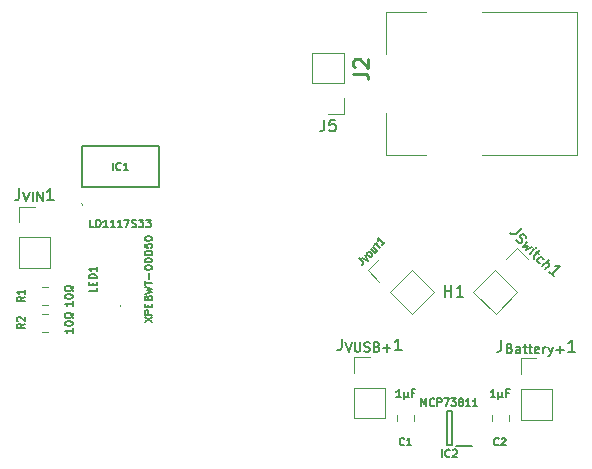
<source format=gto>
%TF.GenerationSoftware,KiCad,Pcbnew,7.0.5*%
%TF.CreationDate,2024-02-12T20:36:51+02:00*%
%TF.ProjectId,Desk Lamp,4465736b-204c-4616-9d70-2e6b69636164,rev?*%
%TF.SameCoordinates,Original*%
%TF.FileFunction,Legend,Top*%
%TF.FilePolarity,Positive*%
%FSLAX46Y46*%
G04 Gerber Fmt 4.6, Leading zero omitted, Abs format (unit mm)*
G04 Created by KiCad (PCBNEW 7.0.5) date 2024-02-12 20:36:51*
%MOMM*%
%LPD*%
G01*
G04 APERTURE LIST*
%ADD10C,0.150000*%
%ADD11C,0.254000*%
%ADD12C,0.120000*%
%ADD13C,0.100000*%
%ADD14C,0.200000*%
G04 APERTURE END LIST*
D10*
%TO.C,J_{Battery+}1*%
X126394115Y-111977819D02*
X126394115Y-112692104D01*
X126394115Y-112692104D02*
X126346496Y-112834961D01*
X126346496Y-112834961D02*
X126251258Y-112930200D01*
X126251258Y-112930200D02*
X126108401Y-112977819D01*
X126108401Y-112977819D02*
X126013163Y-112977819D01*
X127089353Y-112669247D02*
X127203639Y-112707342D01*
X127203639Y-112707342D02*
X127241734Y-112745438D01*
X127241734Y-112745438D02*
X127279830Y-112821628D01*
X127279830Y-112821628D02*
X127279830Y-112935914D01*
X127279830Y-112935914D02*
X127241734Y-113012104D01*
X127241734Y-113012104D02*
X127203639Y-113050200D01*
X127203639Y-113050200D02*
X127127449Y-113088295D01*
X127127449Y-113088295D02*
X126822687Y-113088295D01*
X126822687Y-113088295D02*
X126822687Y-112288295D01*
X126822687Y-112288295D02*
X127089353Y-112288295D01*
X127089353Y-112288295D02*
X127165544Y-112326390D01*
X127165544Y-112326390D02*
X127203639Y-112364485D01*
X127203639Y-112364485D02*
X127241734Y-112440676D01*
X127241734Y-112440676D02*
X127241734Y-112516866D01*
X127241734Y-112516866D02*
X127203639Y-112593057D01*
X127203639Y-112593057D02*
X127165544Y-112631152D01*
X127165544Y-112631152D02*
X127089353Y-112669247D01*
X127089353Y-112669247D02*
X126822687Y-112669247D01*
X127965544Y-113088295D02*
X127965544Y-112669247D01*
X127965544Y-112669247D02*
X127927449Y-112593057D01*
X127927449Y-112593057D02*
X127851258Y-112554961D01*
X127851258Y-112554961D02*
X127698877Y-112554961D01*
X127698877Y-112554961D02*
X127622687Y-112593057D01*
X127965544Y-113050200D02*
X127889353Y-113088295D01*
X127889353Y-113088295D02*
X127698877Y-113088295D01*
X127698877Y-113088295D02*
X127622687Y-113050200D01*
X127622687Y-113050200D02*
X127584591Y-112974009D01*
X127584591Y-112974009D02*
X127584591Y-112897819D01*
X127584591Y-112897819D02*
X127622687Y-112821628D01*
X127622687Y-112821628D02*
X127698877Y-112783533D01*
X127698877Y-112783533D02*
X127889353Y-112783533D01*
X127889353Y-112783533D02*
X127965544Y-112745438D01*
X128232211Y-112554961D02*
X128536973Y-112554961D01*
X128346497Y-112288295D02*
X128346497Y-112974009D01*
X128346497Y-112974009D02*
X128384592Y-113050200D01*
X128384592Y-113050200D02*
X128460782Y-113088295D01*
X128460782Y-113088295D02*
X128536973Y-113088295D01*
X128689354Y-112554961D02*
X128994116Y-112554961D01*
X128803640Y-112288295D02*
X128803640Y-112974009D01*
X128803640Y-112974009D02*
X128841735Y-113050200D01*
X128841735Y-113050200D02*
X128917925Y-113088295D01*
X128917925Y-113088295D02*
X128994116Y-113088295D01*
X129565545Y-113050200D02*
X129489354Y-113088295D01*
X129489354Y-113088295D02*
X129336973Y-113088295D01*
X129336973Y-113088295D02*
X129260783Y-113050200D01*
X129260783Y-113050200D02*
X129222687Y-112974009D01*
X129222687Y-112974009D02*
X129222687Y-112669247D01*
X129222687Y-112669247D02*
X129260783Y-112593057D01*
X129260783Y-112593057D02*
X129336973Y-112554961D01*
X129336973Y-112554961D02*
X129489354Y-112554961D01*
X129489354Y-112554961D02*
X129565545Y-112593057D01*
X129565545Y-112593057D02*
X129603640Y-112669247D01*
X129603640Y-112669247D02*
X129603640Y-112745438D01*
X129603640Y-112745438D02*
X129222687Y-112821628D01*
X129946497Y-113088295D02*
X129946497Y-112554961D01*
X129946497Y-112707342D02*
X129984592Y-112631152D01*
X129984592Y-112631152D02*
X130022687Y-112593057D01*
X130022687Y-112593057D02*
X130098878Y-112554961D01*
X130098878Y-112554961D02*
X130175068Y-112554961D01*
X130365544Y-112554961D02*
X130556020Y-113088295D01*
X130746497Y-112554961D02*
X130556020Y-113088295D01*
X130556020Y-113088295D02*
X130479830Y-113278771D01*
X130479830Y-113278771D02*
X130441735Y-113316866D01*
X130441735Y-113316866D02*
X130365544Y-113354961D01*
X131051259Y-112783533D02*
X131660783Y-112783533D01*
X131356021Y-113088295D02*
X131356021Y-112478771D01*
X132613163Y-112977819D02*
X132041735Y-112977819D01*
X132327449Y-112977819D02*
X132327449Y-111977819D01*
X132327449Y-111977819D02*
X132232211Y-112120676D01*
X132232211Y-112120676D02*
X132136973Y-112215914D01*
X132136973Y-112215914D02*
X132041735Y-112263533D01*
%TO.C,IC1*%
X93492642Y-97584387D02*
X93492642Y-96949387D01*
X94157880Y-97523910D02*
X94127642Y-97554149D01*
X94127642Y-97554149D02*
X94036928Y-97584387D01*
X94036928Y-97584387D02*
X93976452Y-97584387D01*
X93976452Y-97584387D02*
X93885737Y-97554149D01*
X93885737Y-97554149D02*
X93825261Y-97493672D01*
X93825261Y-97493672D02*
X93795023Y-97433196D01*
X93795023Y-97433196D02*
X93764785Y-97312244D01*
X93764785Y-97312244D02*
X93764785Y-97221529D01*
X93764785Y-97221529D02*
X93795023Y-97100577D01*
X93795023Y-97100577D02*
X93825261Y-97040101D01*
X93825261Y-97040101D02*
X93885737Y-96979625D01*
X93885737Y-96979625D02*
X93976452Y-96949387D01*
X93976452Y-96949387D02*
X94036928Y-96949387D01*
X94036928Y-96949387D02*
X94127642Y-96979625D01*
X94127642Y-96979625D02*
X94157880Y-97009863D01*
X94762642Y-97584387D02*
X94399785Y-97584387D01*
X94581213Y-97584387D02*
X94581213Y-96949387D01*
X94581213Y-96949387D02*
X94520737Y-97040101D01*
X94520737Y-97040101D02*
X94460261Y-97100577D01*
X94460261Y-97100577D02*
X94399785Y-97130815D01*
X91874903Y-102410387D02*
X91572522Y-102410387D01*
X91572522Y-102410387D02*
X91572522Y-101775387D01*
X92086570Y-102410387D02*
X92086570Y-101775387D01*
X92086570Y-101775387D02*
X92237760Y-101775387D01*
X92237760Y-101775387D02*
X92328475Y-101805625D01*
X92328475Y-101805625D02*
X92388951Y-101866101D01*
X92388951Y-101866101D02*
X92419189Y-101926577D01*
X92419189Y-101926577D02*
X92449427Y-102047529D01*
X92449427Y-102047529D02*
X92449427Y-102138244D01*
X92449427Y-102138244D02*
X92419189Y-102259196D01*
X92419189Y-102259196D02*
X92388951Y-102319672D01*
X92388951Y-102319672D02*
X92328475Y-102380149D01*
X92328475Y-102380149D02*
X92237760Y-102410387D01*
X92237760Y-102410387D02*
X92086570Y-102410387D01*
X93054189Y-102410387D02*
X92691332Y-102410387D01*
X92872760Y-102410387D02*
X92872760Y-101775387D01*
X92872760Y-101775387D02*
X92812284Y-101866101D01*
X92812284Y-101866101D02*
X92751808Y-101926577D01*
X92751808Y-101926577D02*
X92691332Y-101956815D01*
X93658951Y-102410387D02*
X93296094Y-102410387D01*
X93477522Y-102410387D02*
X93477522Y-101775387D01*
X93477522Y-101775387D02*
X93417046Y-101866101D01*
X93417046Y-101866101D02*
X93356570Y-101926577D01*
X93356570Y-101926577D02*
X93296094Y-101956815D01*
X94263713Y-102410387D02*
X93900856Y-102410387D01*
X94082284Y-102410387D02*
X94082284Y-101775387D01*
X94082284Y-101775387D02*
X94021808Y-101866101D01*
X94021808Y-101866101D02*
X93961332Y-101926577D01*
X93961332Y-101926577D02*
X93900856Y-101956815D01*
X94475380Y-101775387D02*
X94898713Y-101775387D01*
X94898713Y-101775387D02*
X94626570Y-102410387D01*
X95110380Y-102380149D02*
X95201094Y-102410387D01*
X95201094Y-102410387D02*
X95352285Y-102410387D01*
X95352285Y-102410387D02*
X95412761Y-102380149D01*
X95412761Y-102380149D02*
X95442999Y-102349910D01*
X95442999Y-102349910D02*
X95473237Y-102289434D01*
X95473237Y-102289434D02*
X95473237Y-102228958D01*
X95473237Y-102228958D02*
X95442999Y-102168482D01*
X95442999Y-102168482D02*
X95412761Y-102138244D01*
X95412761Y-102138244D02*
X95352285Y-102108006D01*
X95352285Y-102108006D02*
X95231332Y-102077768D01*
X95231332Y-102077768D02*
X95170856Y-102047529D01*
X95170856Y-102047529D02*
X95140618Y-102017291D01*
X95140618Y-102017291D02*
X95110380Y-101956815D01*
X95110380Y-101956815D02*
X95110380Y-101896339D01*
X95110380Y-101896339D02*
X95140618Y-101835863D01*
X95140618Y-101835863D02*
X95170856Y-101805625D01*
X95170856Y-101805625D02*
X95231332Y-101775387D01*
X95231332Y-101775387D02*
X95382523Y-101775387D01*
X95382523Y-101775387D02*
X95473237Y-101805625D01*
X95684904Y-101775387D02*
X96077999Y-101775387D01*
X96077999Y-101775387D02*
X95866332Y-102017291D01*
X95866332Y-102017291D02*
X95957047Y-102017291D01*
X95957047Y-102017291D02*
X96017523Y-102047529D01*
X96017523Y-102047529D02*
X96047761Y-102077768D01*
X96047761Y-102077768D02*
X96077999Y-102138244D01*
X96077999Y-102138244D02*
X96077999Y-102289434D01*
X96077999Y-102289434D02*
X96047761Y-102349910D01*
X96047761Y-102349910D02*
X96017523Y-102380149D01*
X96017523Y-102380149D02*
X95957047Y-102410387D01*
X95957047Y-102410387D02*
X95775618Y-102410387D01*
X95775618Y-102410387D02*
X95715142Y-102380149D01*
X95715142Y-102380149D02*
X95684904Y-102349910D01*
X96289666Y-101775387D02*
X96682761Y-101775387D01*
X96682761Y-101775387D02*
X96471094Y-102017291D01*
X96471094Y-102017291D02*
X96561809Y-102017291D01*
X96561809Y-102017291D02*
X96622285Y-102047529D01*
X96622285Y-102047529D02*
X96652523Y-102077768D01*
X96652523Y-102077768D02*
X96682761Y-102138244D01*
X96682761Y-102138244D02*
X96682761Y-102289434D01*
X96682761Y-102289434D02*
X96652523Y-102349910D01*
X96652523Y-102349910D02*
X96622285Y-102380149D01*
X96622285Y-102380149D02*
X96561809Y-102410387D01*
X96561809Y-102410387D02*
X96380380Y-102410387D01*
X96380380Y-102410387D02*
X96319904Y-102380149D01*
X96319904Y-102380149D02*
X96289666Y-102349910D01*
%TO.C,J_{VUSB+}1*%
X112870544Y-111845819D02*
X112870544Y-112560104D01*
X112870544Y-112560104D02*
X112822925Y-112702961D01*
X112822925Y-112702961D02*
X112727687Y-112798200D01*
X112727687Y-112798200D02*
X112584830Y-112845819D01*
X112584830Y-112845819D02*
X112489592Y-112845819D01*
X113184830Y-112156295D02*
X113451497Y-112956295D01*
X113451497Y-112956295D02*
X113718163Y-112156295D01*
X113984830Y-112156295D02*
X113984830Y-112803914D01*
X113984830Y-112803914D02*
X114022925Y-112880104D01*
X114022925Y-112880104D02*
X114061020Y-112918200D01*
X114061020Y-112918200D02*
X114137211Y-112956295D01*
X114137211Y-112956295D02*
X114289592Y-112956295D01*
X114289592Y-112956295D02*
X114365782Y-112918200D01*
X114365782Y-112918200D02*
X114403877Y-112880104D01*
X114403877Y-112880104D02*
X114441973Y-112803914D01*
X114441973Y-112803914D02*
X114441973Y-112156295D01*
X114784829Y-112918200D02*
X114899115Y-112956295D01*
X114899115Y-112956295D02*
X115089591Y-112956295D01*
X115089591Y-112956295D02*
X115165782Y-112918200D01*
X115165782Y-112918200D02*
X115203877Y-112880104D01*
X115203877Y-112880104D02*
X115241972Y-112803914D01*
X115241972Y-112803914D02*
X115241972Y-112727723D01*
X115241972Y-112727723D02*
X115203877Y-112651533D01*
X115203877Y-112651533D02*
X115165782Y-112613438D01*
X115165782Y-112613438D02*
X115089591Y-112575342D01*
X115089591Y-112575342D02*
X114937210Y-112537247D01*
X114937210Y-112537247D02*
X114861020Y-112499152D01*
X114861020Y-112499152D02*
X114822925Y-112461057D01*
X114822925Y-112461057D02*
X114784829Y-112384866D01*
X114784829Y-112384866D02*
X114784829Y-112308676D01*
X114784829Y-112308676D02*
X114822925Y-112232485D01*
X114822925Y-112232485D02*
X114861020Y-112194390D01*
X114861020Y-112194390D02*
X114937210Y-112156295D01*
X114937210Y-112156295D02*
X115127687Y-112156295D01*
X115127687Y-112156295D02*
X115241972Y-112194390D01*
X115851496Y-112537247D02*
X115965782Y-112575342D01*
X115965782Y-112575342D02*
X116003877Y-112613438D01*
X116003877Y-112613438D02*
X116041973Y-112689628D01*
X116041973Y-112689628D02*
X116041973Y-112803914D01*
X116041973Y-112803914D02*
X116003877Y-112880104D01*
X116003877Y-112880104D02*
X115965782Y-112918200D01*
X115965782Y-112918200D02*
X115889592Y-112956295D01*
X115889592Y-112956295D02*
X115584830Y-112956295D01*
X115584830Y-112956295D02*
X115584830Y-112156295D01*
X115584830Y-112156295D02*
X115851496Y-112156295D01*
X115851496Y-112156295D02*
X115927687Y-112194390D01*
X115927687Y-112194390D02*
X115965782Y-112232485D01*
X115965782Y-112232485D02*
X116003877Y-112308676D01*
X116003877Y-112308676D02*
X116003877Y-112384866D01*
X116003877Y-112384866D02*
X115965782Y-112461057D01*
X115965782Y-112461057D02*
X115927687Y-112499152D01*
X115927687Y-112499152D02*
X115851496Y-112537247D01*
X115851496Y-112537247D02*
X115584830Y-112537247D01*
X116384830Y-112651533D02*
X116994354Y-112651533D01*
X116689592Y-112956295D02*
X116689592Y-112346771D01*
X117946734Y-112845819D02*
X117375306Y-112845819D01*
X117661020Y-112845819D02*
X117661020Y-111845819D01*
X117661020Y-111845819D02*
X117565782Y-111988676D01*
X117565782Y-111988676D02*
X117470544Y-112083914D01*
X117470544Y-112083914D02*
X117375306Y-112131533D01*
%TO.C,C1*%
X118157139Y-120836485D02*
X118126901Y-120866724D01*
X118126901Y-120866724D02*
X118036187Y-120896962D01*
X118036187Y-120896962D02*
X117975711Y-120896962D01*
X117975711Y-120896962D02*
X117884996Y-120866724D01*
X117884996Y-120866724D02*
X117824520Y-120806247D01*
X117824520Y-120806247D02*
X117794282Y-120745771D01*
X117794282Y-120745771D02*
X117764044Y-120624819D01*
X117764044Y-120624819D02*
X117764044Y-120534104D01*
X117764044Y-120534104D02*
X117794282Y-120413152D01*
X117794282Y-120413152D02*
X117824520Y-120352676D01*
X117824520Y-120352676D02*
X117884996Y-120292200D01*
X117884996Y-120292200D02*
X117975711Y-120261962D01*
X117975711Y-120261962D02*
X118036187Y-120261962D01*
X118036187Y-120261962D02*
X118126901Y-120292200D01*
X118126901Y-120292200D02*
X118157139Y-120322438D01*
X118761901Y-120896962D02*
X118399044Y-120896962D01*
X118580472Y-120896962D02*
X118580472Y-120261962D01*
X118580472Y-120261962D02*
X118519996Y-120352676D01*
X118519996Y-120352676D02*
X118459520Y-120413152D01*
X118459520Y-120413152D02*
X118399044Y-120443390D01*
X117866639Y-116789962D02*
X117503782Y-116789962D01*
X117685210Y-116789962D02*
X117685210Y-116154962D01*
X117685210Y-116154962D02*
X117624734Y-116245676D01*
X117624734Y-116245676D02*
X117564258Y-116306152D01*
X117564258Y-116306152D02*
X117503782Y-116336390D01*
X118138782Y-116366628D02*
X118138782Y-117001628D01*
X118441163Y-116699247D02*
X118471401Y-116759724D01*
X118471401Y-116759724D02*
X118531877Y-116789962D01*
X118138782Y-116699247D02*
X118169020Y-116759724D01*
X118169020Y-116759724D02*
X118229496Y-116789962D01*
X118229496Y-116789962D02*
X118350449Y-116789962D01*
X118350449Y-116789962D02*
X118410925Y-116759724D01*
X118410925Y-116759724D02*
X118441163Y-116699247D01*
X118441163Y-116699247D02*
X118441163Y-116366628D01*
X119015687Y-116457343D02*
X118804020Y-116457343D01*
X118804020Y-116789962D02*
X118804020Y-116154962D01*
X118804020Y-116154962D02*
X119106401Y-116154962D01*
%TO.C,J_{VOUT}1*%
X114294271Y-104999849D02*
X114614994Y-105320572D01*
X114614994Y-105320572D02*
X114657757Y-105406098D01*
X114657757Y-105406098D02*
X114657757Y-105491625D01*
X114657757Y-105491625D02*
X114614994Y-105577151D01*
X114614994Y-105577151D02*
X114572231Y-105619914D01*
X114574797Y-104998138D02*
X115053744Y-105237611D01*
X115053744Y-105237611D02*
X114814271Y-104758664D01*
X115002429Y-104570506D02*
X115070850Y-104502085D01*
X115070850Y-104502085D02*
X115122165Y-104484980D01*
X115122165Y-104484980D02*
X115190586Y-104484980D01*
X115190586Y-104484980D02*
X115276113Y-104536296D01*
X115276113Y-104536296D02*
X115395849Y-104656032D01*
X115395849Y-104656032D02*
X115447165Y-104741559D01*
X115447165Y-104741559D02*
X115447165Y-104809980D01*
X115447165Y-104809980D02*
X115430060Y-104861295D01*
X115430060Y-104861295D02*
X115361639Y-104929716D01*
X115361639Y-104929716D02*
X115310323Y-104946822D01*
X115310323Y-104946822D02*
X115241902Y-104946822D01*
X115241902Y-104946822D02*
X115156376Y-104895506D01*
X115156376Y-104895506D02*
X115036639Y-104775769D01*
X115036639Y-104775769D02*
X114985323Y-104690243D01*
X114985323Y-104690243D02*
X114985323Y-104621822D01*
X114985323Y-104621822D02*
X115002429Y-104570506D01*
X115310323Y-104262612D02*
X115601112Y-104553401D01*
X115601112Y-104553401D02*
X115652428Y-104570507D01*
X115652428Y-104570507D02*
X115686638Y-104570507D01*
X115686638Y-104570507D02*
X115737954Y-104553401D01*
X115737954Y-104553401D02*
X115806375Y-104484980D01*
X115806375Y-104484980D02*
X115823480Y-104433665D01*
X115823480Y-104433665D02*
X115823480Y-104399454D01*
X115823480Y-104399454D02*
X115806375Y-104348138D01*
X115806375Y-104348138D02*
X115515586Y-104057349D01*
X115635322Y-103937613D02*
X115840585Y-103732350D01*
X116097164Y-104194191D02*
X115737954Y-103834981D01*
X116526506Y-103665639D02*
X116269927Y-103922218D01*
X116398217Y-103793928D02*
X115949204Y-103344915D01*
X115949204Y-103344915D02*
X115970585Y-103451823D01*
X115970585Y-103451823D02*
X115970585Y-103537350D01*
X115970585Y-103537350D02*
X115949204Y-103601494D01*
%TO.C,J_{Switch}1*%
X128135554Y-102448338D02*
X127630478Y-102953414D01*
X127630478Y-102953414D02*
X127495791Y-103020757D01*
X127495791Y-103020757D02*
X127361104Y-103020757D01*
X127361104Y-103020757D02*
X127226417Y-102953414D01*
X127226417Y-102953414D02*
X127159073Y-102886070D01*
X127653375Y-103482734D02*
X127707249Y-103590484D01*
X127707249Y-103590484D02*
X127841936Y-103725171D01*
X127841936Y-103725171D02*
X127922749Y-103752108D01*
X127922749Y-103752108D02*
X127976623Y-103752108D01*
X127976623Y-103752108D02*
X128057436Y-103725171D01*
X128057436Y-103725171D02*
X128111310Y-103671296D01*
X128111310Y-103671296D02*
X128138248Y-103590484D01*
X128138248Y-103590484D02*
X128138248Y-103536609D01*
X128138248Y-103536609D02*
X128111310Y-103455797D01*
X128111310Y-103455797D02*
X128030498Y-103321110D01*
X128030498Y-103321110D02*
X128003561Y-103240297D01*
X128003561Y-103240297D02*
X128003561Y-103186423D01*
X128003561Y-103186423D02*
X128030498Y-103105610D01*
X128030498Y-103105610D02*
X128084373Y-103051736D01*
X128084373Y-103051736D02*
X128165185Y-103024798D01*
X128165185Y-103024798D02*
X128219060Y-103024798D01*
X128219060Y-103024798D02*
X128299872Y-103051736D01*
X128299872Y-103051736D02*
X128434559Y-103186423D01*
X128434559Y-103186423D02*
X128488434Y-103294172D01*
X128515372Y-103644359D02*
X128245998Y-104129232D01*
X128245998Y-104129232D02*
X128623121Y-103967607D01*
X128623121Y-103967607D02*
X128461497Y-104344731D01*
X128461497Y-104344731D02*
X128946370Y-104075357D01*
X128784745Y-104667980D02*
X129161869Y-104290856D01*
X129350431Y-104102294D02*
X129296556Y-104102294D01*
X129296556Y-104102294D02*
X129296556Y-104156169D01*
X129296556Y-104156169D02*
X129350431Y-104156169D01*
X129350431Y-104156169D02*
X129350431Y-104102294D01*
X129350431Y-104102294D02*
X129296556Y-104156169D01*
X129350431Y-104479418D02*
X129565930Y-104694917D01*
X129619805Y-104371668D02*
X129134931Y-104856541D01*
X129134931Y-104856541D02*
X129107994Y-104937353D01*
X129107994Y-104937353D02*
X129134931Y-105018166D01*
X129134931Y-105018166D02*
X129188806Y-105072040D01*
X129646742Y-105476101D02*
X129565930Y-105449164D01*
X129565930Y-105449164D02*
X129458180Y-105341414D01*
X129458180Y-105341414D02*
X129431243Y-105260602D01*
X129431243Y-105260602D02*
X129431243Y-105206727D01*
X129431243Y-105206727D02*
X129458180Y-105125915D01*
X129458180Y-105125915D02*
X129619805Y-104964291D01*
X129619805Y-104964291D02*
X129700617Y-104937353D01*
X129700617Y-104937353D02*
X129754492Y-104937353D01*
X129754492Y-104937353D02*
X129835304Y-104964291D01*
X129835304Y-104964291D02*
X129943054Y-105072040D01*
X129943054Y-105072040D02*
X129969991Y-105152853D01*
X129862241Y-105745475D02*
X130427927Y-105179790D01*
X130104678Y-105987912D02*
X130400989Y-105691601D01*
X130400989Y-105691601D02*
X130427927Y-105610788D01*
X130427927Y-105610788D02*
X130400989Y-105529976D01*
X130400989Y-105529976D02*
X130320177Y-105449164D01*
X130320177Y-105449164D02*
X130239365Y-105422226D01*
X130239365Y-105422226D02*
X130185490Y-105422226D01*
X130856232Y-106583229D02*
X130452171Y-106179168D01*
X130654201Y-106381198D02*
X131361308Y-105674092D01*
X131361308Y-105674092D02*
X131192949Y-105707763D01*
X131192949Y-105707763D02*
X131058262Y-105707763D01*
X131058262Y-105707763D02*
X130957247Y-105674092D01*
D11*
%TO.C,J2*%
X113857318Y-89419332D02*
X114764461Y-89419332D01*
X114764461Y-89419332D02*
X114945889Y-89479809D01*
X114945889Y-89479809D02*
X115066842Y-89600761D01*
X115066842Y-89600761D02*
X115127318Y-89782190D01*
X115127318Y-89782190D02*
X115127318Y-89903142D01*
X113978270Y-88875047D02*
X113917794Y-88814571D01*
X113917794Y-88814571D02*
X113857318Y-88693618D01*
X113857318Y-88693618D02*
X113857318Y-88391237D01*
X113857318Y-88391237D02*
X113917794Y-88270285D01*
X113917794Y-88270285D02*
X113978270Y-88209809D01*
X113978270Y-88209809D02*
X114099222Y-88149332D01*
X114099222Y-88149332D02*
X114220175Y-88149332D01*
X114220175Y-88149332D02*
X114401603Y-88209809D01*
X114401603Y-88209809D02*
X115127318Y-88935523D01*
X115127318Y-88935523D02*
X115127318Y-88149332D01*
D10*
%TO.C,J_{VIN}1*%
X85587809Y-99122243D02*
X85587809Y-99836528D01*
X85587809Y-99836528D02*
X85540190Y-99979385D01*
X85540190Y-99979385D02*
X85444952Y-100074624D01*
X85444952Y-100074624D02*
X85302095Y-100122243D01*
X85302095Y-100122243D02*
X85206857Y-100122243D01*
X85902095Y-99432719D02*
X86168762Y-100232719D01*
X86168762Y-100232719D02*
X86435428Y-99432719D01*
X86702095Y-100232719D02*
X86702095Y-99432719D01*
X87083047Y-100232719D02*
X87083047Y-99432719D01*
X87083047Y-99432719D02*
X87540190Y-100232719D01*
X87540190Y-100232719D02*
X87540190Y-99432719D01*
X88492570Y-100122243D02*
X87921142Y-100122243D01*
X88206856Y-100122243D02*
X88206856Y-99122243D01*
X88206856Y-99122243D02*
X88111618Y-99265100D01*
X88111618Y-99265100D02*
X88016380Y-99360338D01*
X88016380Y-99360338D02*
X87921142Y-99407957D01*
%TO.C,R1*%
X86016486Y-108326257D02*
X85714105Y-108537924D01*
X86016486Y-108689114D02*
X85381486Y-108689114D01*
X85381486Y-108689114D02*
X85381486Y-108447209D01*
X85381486Y-108447209D02*
X85411724Y-108386733D01*
X85411724Y-108386733D02*
X85441962Y-108356495D01*
X85441962Y-108356495D02*
X85502438Y-108326257D01*
X85502438Y-108326257D02*
X85593152Y-108326257D01*
X85593152Y-108326257D02*
X85653628Y-108356495D01*
X85653628Y-108356495D02*
X85683867Y-108386733D01*
X85683867Y-108386733D02*
X85714105Y-108447209D01*
X85714105Y-108447209D02*
X85714105Y-108689114D01*
X86016486Y-107721495D02*
X86016486Y-108084352D01*
X86016486Y-107902924D02*
X85381486Y-107902924D01*
X85381486Y-107902924D02*
X85472200Y-107963400D01*
X85472200Y-107963400D02*
X85532676Y-108023876D01*
X85532676Y-108023876D02*
X85562914Y-108084352D01*
X90080486Y-108704233D02*
X90080486Y-109067090D01*
X90080486Y-108885662D02*
X89445486Y-108885662D01*
X89445486Y-108885662D02*
X89536200Y-108946138D01*
X89536200Y-108946138D02*
X89596676Y-109006614D01*
X89596676Y-109006614D02*
X89626914Y-109067090D01*
X89445486Y-108311138D02*
X89445486Y-108250661D01*
X89445486Y-108250661D02*
X89475724Y-108190185D01*
X89475724Y-108190185D02*
X89505962Y-108159947D01*
X89505962Y-108159947D02*
X89566438Y-108129709D01*
X89566438Y-108129709D02*
X89687390Y-108099471D01*
X89687390Y-108099471D02*
X89838581Y-108099471D01*
X89838581Y-108099471D02*
X89959533Y-108129709D01*
X89959533Y-108129709D02*
X90020009Y-108159947D01*
X90020009Y-108159947D02*
X90050248Y-108190185D01*
X90050248Y-108190185D02*
X90080486Y-108250661D01*
X90080486Y-108250661D02*
X90080486Y-108311138D01*
X90080486Y-108311138D02*
X90050248Y-108371614D01*
X90050248Y-108371614D02*
X90020009Y-108401852D01*
X90020009Y-108401852D02*
X89959533Y-108432090D01*
X89959533Y-108432090D02*
X89838581Y-108462328D01*
X89838581Y-108462328D02*
X89687390Y-108462328D01*
X89687390Y-108462328D02*
X89566438Y-108432090D01*
X89566438Y-108432090D02*
X89505962Y-108401852D01*
X89505962Y-108401852D02*
X89475724Y-108371614D01*
X89475724Y-108371614D02*
X89445486Y-108311138D01*
X90080486Y-107857566D02*
X90080486Y-107706376D01*
X90080486Y-107706376D02*
X89959533Y-107706376D01*
X89959533Y-107706376D02*
X89929295Y-107766852D01*
X89929295Y-107766852D02*
X89868819Y-107827328D01*
X89868819Y-107827328D02*
X89778105Y-107857566D01*
X89778105Y-107857566D02*
X89626914Y-107857566D01*
X89626914Y-107857566D02*
X89536200Y-107827328D01*
X89536200Y-107827328D02*
X89475724Y-107766852D01*
X89475724Y-107766852D02*
X89445486Y-107676138D01*
X89445486Y-107676138D02*
X89445486Y-107555185D01*
X89445486Y-107555185D02*
X89475724Y-107464471D01*
X89475724Y-107464471D02*
X89536200Y-107403995D01*
X89536200Y-107403995D02*
X89626914Y-107373757D01*
X89626914Y-107373757D02*
X89778105Y-107373757D01*
X89778105Y-107373757D02*
X89868819Y-107403995D01*
X89868819Y-107403995D02*
X89929295Y-107464471D01*
X89929295Y-107464471D02*
X89959533Y-107524947D01*
X89959533Y-107524947D02*
X90080486Y-107524947D01*
X90080486Y-107524947D02*
X90080486Y-107373757D01*
%TO.C,H1*%
X121590068Y-108313819D02*
X121590068Y-107313819D01*
X121590068Y-107790009D02*
X122161496Y-107790009D01*
X122161496Y-108313819D02*
X122161496Y-107313819D01*
X123161496Y-108313819D02*
X122590068Y-108313819D01*
X122875782Y-108313819D02*
X122875782Y-107313819D01*
X122875782Y-107313819D02*
X122780544Y-107456676D01*
X122780544Y-107456676D02*
X122685306Y-107551914D01*
X122685306Y-107551914D02*
X122590068Y-107599533D01*
%TO.C,LED1*%
X92112486Y-107534019D02*
X92112486Y-107836400D01*
X92112486Y-107836400D02*
X91477486Y-107836400D01*
X91779867Y-107322352D02*
X91779867Y-107110685D01*
X92112486Y-107019971D02*
X92112486Y-107322352D01*
X92112486Y-107322352D02*
X91477486Y-107322352D01*
X91477486Y-107322352D02*
X91477486Y-107019971D01*
X92112486Y-106747828D02*
X91477486Y-106747828D01*
X91477486Y-106747828D02*
X91477486Y-106596638D01*
X91477486Y-106596638D02*
X91507724Y-106505923D01*
X91507724Y-106505923D02*
X91568200Y-106445447D01*
X91568200Y-106445447D02*
X91628676Y-106415209D01*
X91628676Y-106415209D02*
X91749628Y-106384971D01*
X91749628Y-106384971D02*
X91840343Y-106384971D01*
X91840343Y-106384971D02*
X91961295Y-106415209D01*
X91961295Y-106415209D02*
X92021771Y-106445447D01*
X92021771Y-106445447D02*
X92082248Y-106505923D01*
X92082248Y-106505923D02*
X92112486Y-106596638D01*
X92112486Y-106596638D02*
X92112486Y-106747828D01*
X92112486Y-105780209D02*
X92112486Y-106143066D01*
X92112486Y-105961638D02*
X91477486Y-105961638D01*
X91477486Y-105961638D02*
X91568200Y-106022114D01*
X91568200Y-106022114D02*
X91628676Y-106082590D01*
X91628676Y-106082590D02*
X91658914Y-106143066D01*
X96176486Y-110482233D02*
X96811486Y-110058900D01*
X96176486Y-110058900D02*
X96811486Y-110482233D01*
X96811486Y-109816995D02*
X96176486Y-109816995D01*
X96176486Y-109816995D02*
X96176486Y-109575090D01*
X96176486Y-109575090D02*
X96206724Y-109514614D01*
X96206724Y-109514614D02*
X96236962Y-109484376D01*
X96236962Y-109484376D02*
X96297438Y-109454138D01*
X96297438Y-109454138D02*
X96388152Y-109454138D01*
X96388152Y-109454138D02*
X96448628Y-109484376D01*
X96448628Y-109484376D02*
X96478867Y-109514614D01*
X96478867Y-109514614D02*
X96509105Y-109575090D01*
X96509105Y-109575090D02*
X96509105Y-109816995D01*
X96478867Y-109181995D02*
X96478867Y-108970328D01*
X96811486Y-108879614D02*
X96811486Y-109181995D01*
X96811486Y-109181995D02*
X96176486Y-109181995D01*
X96176486Y-109181995D02*
X96176486Y-108879614D01*
X96478867Y-108395804D02*
X96509105Y-108305090D01*
X96509105Y-108305090D02*
X96539343Y-108274852D01*
X96539343Y-108274852D02*
X96599819Y-108244614D01*
X96599819Y-108244614D02*
X96690533Y-108244614D01*
X96690533Y-108244614D02*
X96751009Y-108274852D01*
X96751009Y-108274852D02*
X96781248Y-108305090D01*
X96781248Y-108305090D02*
X96811486Y-108365566D01*
X96811486Y-108365566D02*
X96811486Y-108607471D01*
X96811486Y-108607471D02*
X96176486Y-108607471D01*
X96176486Y-108607471D02*
X96176486Y-108395804D01*
X96176486Y-108395804D02*
X96206724Y-108335328D01*
X96206724Y-108335328D02*
X96236962Y-108305090D01*
X96236962Y-108305090D02*
X96297438Y-108274852D01*
X96297438Y-108274852D02*
X96357914Y-108274852D01*
X96357914Y-108274852D02*
X96418390Y-108305090D01*
X96418390Y-108305090D02*
X96448628Y-108335328D01*
X96448628Y-108335328D02*
X96478867Y-108395804D01*
X96478867Y-108395804D02*
X96478867Y-108607471D01*
X96176486Y-108032947D02*
X96811486Y-107881757D01*
X96811486Y-107881757D02*
X96357914Y-107760804D01*
X96357914Y-107760804D02*
X96811486Y-107639852D01*
X96811486Y-107639852D02*
X96176486Y-107488662D01*
X96176486Y-107337471D02*
X96176486Y-106974614D01*
X96811486Y-107156043D02*
X96176486Y-107156043D01*
X96569581Y-106762947D02*
X96569581Y-106279138D01*
X96176486Y-105855805D02*
X96176486Y-105795328D01*
X96176486Y-105795328D02*
X96206724Y-105734852D01*
X96206724Y-105734852D02*
X96236962Y-105704614D01*
X96236962Y-105704614D02*
X96297438Y-105674376D01*
X96297438Y-105674376D02*
X96418390Y-105644138D01*
X96418390Y-105644138D02*
X96569581Y-105644138D01*
X96569581Y-105644138D02*
X96690533Y-105674376D01*
X96690533Y-105674376D02*
X96751009Y-105704614D01*
X96751009Y-105704614D02*
X96781248Y-105734852D01*
X96781248Y-105734852D02*
X96811486Y-105795328D01*
X96811486Y-105795328D02*
X96811486Y-105855805D01*
X96811486Y-105855805D02*
X96781248Y-105916281D01*
X96781248Y-105916281D02*
X96751009Y-105946519D01*
X96751009Y-105946519D02*
X96690533Y-105976757D01*
X96690533Y-105976757D02*
X96569581Y-106006995D01*
X96569581Y-106006995D02*
X96418390Y-106006995D01*
X96418390Y-106006995D02*
X96297438Y-105976757D01*
X96297438Y-105976757D02*
X96236962Y-105946519D01*
X96236962Y-105946519D02*
X96206724Y-105916281D01*
X96206724Y-105916281D02*
X96176486Y-105855805D01*
X96176486Y-105251043D02*
X96176486Y-105190566D01*
X96176486Y-105190566D02*
X96206724Y-105130090D01*
X96206724Y-105130090D02*
X96236962Y-105099852D01*
X96236962Y-105099852D02*
X96297438Y-105069614D01*
X96297438Y-105069614D02*
X96418390Y-105039376D01*
X96418390Y-105039376D02*
X96569581Y-105039376D01*
X96569581Y-105039376D02*
X96690533Y-105069614D01*
X96690533Y-105069614D02*
X96751009Y-105099852D01*
X96751009Y-105099852D02*
X96781248Y-105130090D01*
X96781248Y-105130090D02*
X96811486Y-105190566D01*
X96811486Y-105190566D02*
X96811486Y-105251043D01*
X96811486Y-105251043D02*
X96781248Y-105311519D01*
X96781248Y-105311519D02*
X96751009Y-105341757D01*
X96751009Y-105341757D02*
X96690533Y-105371995D01*
X96690533Y-105371995D02*
X96569581Y-105402233D01*
X96569581Y-105402233D02*
X96418390Y-105402233D01*
X96418390Y-105402233D02*
X96297438Y-105371995D01*
X96297438Y-105371995D02*
X96236962Y-105341757D01*
X96236962Y-105341757D02*
X96206724Y-105311519D01*
X96206724Y-105311519D02*
X96176486Y-105251043D01*
X96811486Y-104767233D02*
X96176486Y-104767233D01*
X96176486Y-104767233D02*
X96176486Y-104616043D01*
X96176486Y-104616043D02*
X96206724Y-104525328D01*
X96206724Y-104525328D02*
X96267200Y-104464852D01*
X96267200Y-104464852D02*
X96327676Y-104434614D01*
X96327676Y-104434614D02*
X96448628Y-104404376D01*
X96448628Y-104404376D02*
X96539343Y-104404376D01*
X96539343Y-104404376D02*
X96660295Y-104434614D01*
X96660295Y-104434614D02*
X96720771Y-104464852D01*
X96720771Y-104464852D02*
X96781248Y-104525328D01*
X96781248Y-104525328D02*
X96811486Y-104616043D01*
X96811486Y-104616043D02*
X96811486Y-104767233D01*
X96176486Y-103829852D02*
X96176486Y-104132233D01*
X96176486Y-104132233D02*
X96478867Y-104162471D01*
X96478867Y-104162471D02*
X96448628Y-104132233D01*
X96448628Y-104132233D02*
X96418390Y-104071757D01*
X96418390Y-104071757D02*
X96418390Y-103920566D01*
X96418390Y-103920566D02*
X96448628Y-103860090D01*
X96448628Y-103860090D02*
X96478867Y-103829852D01*
X96478867Y-103829852D02*
X96539343Y-103799614D01*
X96539343Y-103799614D02*
X96690533Y-103799614D01*
X96690533Y-103799614D02*
X96751009Y-103829852D01*
X96751009Y-103829852D02*
X96781248Y-103860090D01*
X96781248Y-103860090D02*
X96811486Y-103920566D01*
X96811486Y-103920566D02*
X96811486Y-104071757D01*
X96811486Y-104071757D02*
X96781248Y-104132233D01*
X96781248Y-104132233D02*
X96751009Y-104162471D01*
X96176486Y-103406519D02*
X96176486Y-103346042D01*
X96176486Y-103346042D02*
X96206724Y-103285566D01*
X96206724Y-103285566D02*
X96236962Y-103255328D01*
X96236962Y-103255328D02*
X96297438Y-103225090D01*
X96297438Y-103225090D02*
X96418390Y-103194852D01*
X96418390Y-103194852D02*
X96569581Y-103194852D01*
X96569581Y-103194852D02*
X96690533Y-103225090D01*
X96690533Y-103225090D02*
X96751009Y-103255328D01*
X96751009Y-103255328D02*
X96781248Y-103285566D01*
X96781248Y-103285566D02*
X96811486Y-103346042D01*
X96811486Y-103346042D02*
X96811486Y-103406519D01*
X96811486Y-103406519D02*
X96781248Y-103466995D01*
X96781248Y-103466995D02*
X96751009Y-103497233D01*
X96751009Y-103497233D02*
X96690533Y-103527471D01*
X96690533Y-103527471D02*
X96569581Y-103557709D01*
X96569581Y-103557709D02*
X96418390Y-103557709D01*
X96418390Y-103557709D02*
X96297438Y-103527471D01*
X96297438Y-103527471D02*
X96236962Y-103497233D01*
X96236962Y-103497233D02*
X96206724Y-103466995D01*
X96206724Y-103466995D02*
X96176486Y-103406519D01*
%TO.C,IC2*%
X121351092Y-121869963D02*
X121351092Y-121234963D01*
X122016330Y-121809486D02*
X121986092Y-121839725D01*
X121986092Y-121839725D02*
X121895378Y-121869963D01*
X121895378Y-121869963D02*
X121834902Y-121869963D01*
X121834902Y-121869963D02*
X121744187Y-121839725D01*
X121744187Y-121839725D02*
X121683711Y-121779248D01*
X121683711Y-121779248D02*
X121653473Y-121718772D01*
X121653473Y-121718772D02*
X121623235Y-121597820D01*
X121623235Y-121597820D02*
X121623235Y-121507105D01*
X121623235Y-121507105D02*
X121653473Y-121386153D01*
X121653473Y-121386153D02*
X121683711Y-121325677D01*
X121683711Y-121325677D02*
X121744187Y-121265201D01*
X121744187Y-121265201D02*
X121834902Y-121234963D01*
X121834902Y-121234963D02*
X121895378Y-121234963D01*
X121895378Y-121234963D02*
X121986092Y-121265201D01*
X121986092Y-121265201D02*
X122016330Y-121295439D01*
X122258235Y-121295439D02*
X122288473Y-121265201D01*
X122288473Y-121265201D02*
X122348949Y-121234963D01*
X122348949Y-121234963D02*
X122500140Y-121234963D01*
X122500140Y-121234963D02*
X122560616Y-121265201D01*
X122560616Y-121265201D02*
X122590854Y-121295439D01*
X122590854Y-121295439D02*
X122621092Y-121355915D01*
X122621092Y-121355915D02*
X122621092Y-121416391D01*
X122621092Y-121416391D02*
X122590854Y-121507105D01*
X122590854Y-121507105D02*
X122227997Y-121869963D01*
X122227997Y-121869963D02*
X122621092Y-121869963D01*
X119612401Y-117551963D02*
X119612401Y-116916963D01*
X119612401Y-116916963D02*
X119824068Y-117370534D01*
X119824068Y-117370534D02*
X120035734Y-116916963D01*
X120035734Y-116916963D02*
X120035734Y-117551963D01*
X120700972Y-117491486D02*
X120670734Y-117521725D01*
X120670734Y-117521725D02*
X120580020Y-117551963D01*
X120580020Y-117551963D02*
X120519544Y-117551963D01*
X120519544Y-117551963D02*
X120428829Y-117521725D01*
X120428829Y-117521725D02*
X120368353Y-117461248D01*
X120368353Y-117461248D02*
X120338115Y-117400772D01*
X120338115Y-117400772D02*
X120307877Y-117279820D01*
X120307877Y-117279820D02*
X120307877Y-117189105D01*
X120307877Y-117189105D02*
X120338115Y-117068153D01*
X120338115Y-117068153D02*
X120368353Y-117007677D01*
X120368353Y-117007677D02*
X120428829Y-116947201D01*
X120428829Y-116947201D02*
X120519544Y-116916963D01*
X120519544Y-116916963D02*
X120580020Y-116916963D01*
X120580020Y-116916963D02*
X120670734Y-116947201D01*
X120670734Y-116947201D02*
X120700972Y-116977439D01*
X120973115Y-117551963D02*
X120973115Y-116916963D01*
X120973115Y-116916963D02*
X121215020Y-116916963D01*
X121215020Y-116916963D02*
X121275496Y-116947201D01*
X121275496Y-116947201D02*
X121305734Y-116977439D01*
X121305734Y-116977439D02*
X121335972Y-117037915D01*
X121335972Y-117037915D02*
X121335972Y-117128629D01*
X121335972Y-117128629D02*
X121305734Y-117189105D01*
X121305734Y-117189105D02*
X121275496Y-117219344D01*
X121275496Y-117219344D02*
X121215020Y-117249582D01*
X121215020Y-117249582D02*
X120973115Y-117249582D01*
X121547639Y-116916963D02*
X121970972Y-116916963D01*
X121970972Y-116916963D02*
X121698829Y-117551963D01*
X122152401Y-116916963D02*
X122545496Y-116916963D01*
X122545496Y-116916963D02*
X122333829Y-117158867D01*
X122333829Y-117158867D02*
X122424544Y-117158867D01*
X122424544Y-117158867D02*
X122485020Y-117189105D01*
X122485020Y-117189105D02*
X122515258Y-117219344D01*
X122515258Y-117219344D02*
X122545496Y-117279820D01*
X122545496Y-117279820D02*
X122545496Y-117431010D01*
X122545496Y-117431010D02*
X122515258Y-117491486D01*
X122515258Y-117491486D02*
X122485020Y-117521725D01*
X122485020Y-117521725D02*
X122424544Y-117551963D01*
X122424544Y-117551963D02*
X122243115Y-117551963D01*
X122243115Y-117551963D02*
X122182639Y-117521725D01*
X122182639Y-117521725D02*
X122152401Y-117491486D01*
X122908353Y-117189105D02*
X122847877Y-117158867D01*
X122847877Y-117158867D02*
X122817639Y-117128629D01*
X122817639Y-117128629D02*
X122787401Y-117068153D01*
X122787401Y-117068153D02*
X122787401Y-117037915D01*
X122787401Y-117037915D02*
X122817639Y-116977439D01*
X122817639Y-116977439D02*
X122847877Y-116947201D01*
X122847877Y-116947201D02*
X122908353Y-116916963D01*
X122908353Y-116916963D02*
X123029306Y-116916963D01*
X123029306Y-116916963D02*
X123089782Y-116947201D01*
X123089782Y-116947201D02*
X123120020Y-116977439D01*
X123120020Y-116977439D02*
X123150258Y-117037915D01*
X123150258Y-117037915D02*
X123150258Y-117068153D01*
X123150258Y-117068153D02*
X123120020Y-117128629D01*
X123120020Y-117128629D02*
X123089782Y-117158867D01*
X123089782Y-117158867D02*
X123029306Y-117189105D01*
X123029306Y-117189105D02*
X122908353Y-117189105D01*
X122908353Y-117189105D02*
X122847877Y-117219344D01*
X122847877Y-117219344D02*
X122817639Y-117249582D01*
X122817639Y-117249582D02*
X122787401Y-117310058D01*
X122787401Y-117310058D02*
X122787401Y-117431010D01*
X122787401Y-117431010D02*
X122817639Y-117491486D01*
X122817639Y-117491486D02*
X122847877Y-117521725D01*
X122847877Y-117521725D02*
X122908353Y-117551963D01*
X122908353Y-117551963D02*
X123029306Y-117551963D01*
X123029306Y-117551963D02*
X123089782Y-117521725D01*
X123089782Y-117521725D02*
X123120020Y-117491486D01*
X123120020Y-117491486D02*
X123150258Y-117431010D01*
X123150258Y-117431010D02*
X123150258Y-117310058D01*
X123150258Y-117310058D02*
X123120020Y-117249582D01*
X123120020Y-117249582D02*
X123089782Y-117219344D01*
X123089782Y-117219344D02*
X123029306Y-117189105D01*
X123755020Y-117551963D02*
X123392163Y-117551963D01*
X123573591Y-117551963D02*
X123573591Y-116916963D01*
X123573591Y-116916963D02*
X123513115Y-117007677D01*
X123513115Y-117007677D02*
X123452639Y-117068153D01*
X123452639Y-117068153D02*
X123392163Y-117098391D01*
X124359782Y-117551963D02*
X123996925Y-117551963D01*
X124178353Y-117551963D02*
X124178353Y-116916963D01*
X124178353Y-116916963D02*
X124117877Y-117007677D01*
X124117877Y-117007677D02*
X124057401Y-117068153D01*
X124057401Y-117068153D02*
X123996925Y-117098391D01*
%TO.C,R2*%
X86016486Y-110612257D02*
X85714105Y-110823924D01*
X86016486Y-110975114D02*
X85381486Y-110975114D01*
X85381486Y-110975114D02*
X85381486Y-110733209D01*
X85381486Y-110733209D02*
X85411724Y-110672733D01*
X85411724Y-110672733D02*
X85441962Y-110642495D01*
X85441962Y-110642495D02*
X85502438Y-110612257D01*
X85502438Y-110612257D02*
X85593152Y-110612257D01*
X85593152Y-110612257D02*
X85653628Y-110642495D01*
X85653628Y-110642495D02*
X85683867Y-110672733D01*
X85683867Y-110672733D02*
X85714105Y-110733209D01*
X85714105Y-110733209D02*
X85714105Y-110975114D01*
X85441962Y-110370352D02*
X85411724Y-110340114D01*
X85411724Y-110340114D02*
X85381486Y-110279638D01*
X85381486Y-110279638D02*
X85381486Y-110128447D01*
X85381486Y-110128447D02*
X85411724Y-110067971D01*
X85411724Y-110067971D02*
X85441962Y-110037733D01*
X85441962Y-110037733D02*
X85502438Y-110007495D01*
X85502438Y-110007495D02*
X85562914Y-110007495D01*
X85562914Y-110007495D02*
X85653628Y-110037733D01*
X85653628Y-110037733D02*
X86016486Y-110400590D01*
X86016486Y-110400590D02*
X86016486Y-110007495D01*
X90080486Y-110990233D02*
X90080486Y-111353090D01*
X90080486Y-111171662D02*
X89445486Y-111171662D01*
X89445486Y-111171662D02*
X89536200Y-111232138D01*
X89536200Y-111232138D02*
X89596676Y-111292614D01*
X89596676Y-111292614D02*
X89626914Y-111353090D01*
X89445486Y-110597138D02*
X89445486Y-110536661D01*
X89445486Y-110536661D02*
X89475724Y-110476185D01*
X89475724Y-110476185D02*
X89505962Y-110445947D01*
X89505962Y-110445947D02*
X89566438Y-110415709D01*
X89566438Y-110415709D02*
X89687390Y-110385471D01*
X89687390Y-110385471D02*
X89838581Y-110385471D01*
X89838581Y-110385471D02*
X89959533Y-110415709D01*
X89959533Y-110415709D02*
X90020009Y-110445947D01*
X90020009Y-110445947D02*
X90050248Y-110476185D01*
X90050248Y-110476185D02*
X90080486Y-110536661D01*
X90080486Y-110536661D02*
X90080486Y-110597138D01*
X90080486Y-110597138D02*
X90050248Y-110657614D01*
X90050248Y-110657614D02*
X90020009Y-110687852D01*
X90020009Y-110687852D02*
X89959533Y-110718090D01*
X89959533Y-110718090D02*
X89838581Y-110748328D01*
X89838581Y-110748328D02*
X89687390Y-110748328D01*
X89687390Y-110748328D02*
X89566438Y-110718090D01*
X89566438Y-110718090D02*
X89505962Y-110687852D01*
X89505962Y-110687852D02*
X89475724Y-110657614D01*
X89475724Y-110657614D02*
X89445486Y-110597138D01*
X90080486Y-110143566D02*
X90080486Y-109992376D01*
X90080486Y-109992376D02*
X89959533Y-109992376D01*
X89959533Y-109992376D02*
X89929295Y-110052852D01*
X89929295Y-110052852D02*
X89868819Y-110113328D01*
X89868819Y-110113328D02*
X89778105Y-110143566D01*
X89778105Y-110143566D02*
X89626914Y-110143566D01*
X89626914Y-110143566D02*
X89536200Y-110113328D01*
X89536200Y-110113328D02*
X89475724Y-110052852D01*
X89475724Y-110052852D02*
X89445486Y-109962138D01*
X89445486Y-109962138D02*
X89445486Y-109841185D01*
X89445486Y-109841185D02*
X89475724Y-109750471D01*
X89475724Y-109750471D02*
X89536200Y-109689995D01*
X89536200Y-109689995D02*
X89626914Y-109659757D01*
X89626914Y-109659757D02*
X89778105Y-109659757D01*
X89778105Y-109659757D02*
X89868819Y-109689995D01*
X89868819Y-109689995D02*
X89929295Y-109750471D01*
X89929295Y-109750471D02*
X89959533Y-109810947D01*
X89959533Y-109810947D02*
X90080486Y-109810947D01*
X90080486Y-109810947D02*
X90080486Y-109659757D01*
%TO.C,J5*%
X111377242Y-93306342D02*
X111377242Y-94020627D01*
X111377242Y-94020627D02*
X111329623Y-94163484D01*
X111329623Y-94163484D02*
X111234385Y-94258723D01*
X111234385Y-94258723D02*
X111091528Y-94306342D01*
X111091528Y-94306342D02*
X110996290Y-94306342D01*
X112329623Y-93306342D02*
X111853433Y-93306342D01*
X111853433Y-93306342D02*
X111805814Y-93782532D01*
X111805814Y-93782532D02*
X111853433Y-93734913D01*
X111853433Y-93734913D02*
X111948671Y-93687294D01*
X111948671Y-93687294D02*
X112186766Y-93687294D01*
X112186766Y-93687294D02*
X112282004Y-93734913D01*
X112282004Y-93734913D02*
X112329623Y-93782532D01*
X112329623Y-93782532D02*
X112377242Y-93877770D01*
X112377242Y-93877770D02*
X112377242Y-94115865D01*
X112377242Y-94115865D02*
X112329623Y-94211103D01*
X112329623Y-94211103D02*
X112282004Y-94258723D01*
X112282004Y-94258723D02*
X112186766Y-94306342D01*
X112186766Y-94306342D02*
X111948671Y-94306342D01*
X111948671Y-94306342D02*
X111853433Y-94258723D01*
X111853433Y-94258723D02*
X111805814Y-94211103D01*
%TO.C,C2*%
X126158139Y-120836486D02*
X126127901Y-120866725D01*
X126127901Y-120866725D02*
X126037187Y-120896963D01*
X126037187Y-120896963D02*
X125976711Y-120896963D01*
X125976711Y-120896963D02*
X125885996Y-120866725D01*
X125885996Y-120866725D02*
X125825520Y-120806248D01*
X125825520Y-120806248D02*
X125795282Y-120745772D01*
X125795282Y-120745772D02*
X125765044Y-120624820D01*
X125765044Y-120624820D02*
X125765044Y-120534105D01*
X125765044Y-120534105D02*
X125795282Y-120413153D01*
X125795282Y-120413153D02*
X125825520Y-120352677D01*
X125825520Y-120352677D02*
X125885996Y-120292201D01*
X125885996Y-120292201D02*
X125976711Y-120261963D01*
X125976711Y-120261963D02*
X126037187Y-120261963D01*
X126037187Y-120261963D02*
X126127901Y-120292201D01*
X126127901Y-120292201D02*
X126158139Y-120322439D01*
X126400044Y-120322439D02*
X126430282Y-120292201D01*
X126430282Y-120292201D02*
X126490758Y-120261963D01*
X126490758Y-120261963D02*
X126641949Y-120261963D01*
X126641949Y-120261963D02*
X126702425Y-120292201D01*
X126702425Y-120292201D02*
X126732663Y-120322439D01*
X126732663Y-120322439D02*
X126762901Y-120382915D01*
X126762901Y-120382915D02*
X126762901Y-120443391D01*
X126762901Y-120443391D02*
X126732663Y-120534105D01*
X126732663Y-120534105D02*
X126369806Y-120896963D01*
X126369806Y-120896963D02*
X126762901Y-120896963D01*
X125867639Y-116789963D02*
X125504782Y-116789963D01*
X125686210Y-116789963D02*
X125686210Y-116154963D01*
X125686210Y-116154963D02*
X125625734Y-116245677D01*
X125625734Y-116245677D02*
X125565258Y-116306153D01*
X125565258Y-116306153D02*
X125504782Y-116336391D01*
X126139782Y-116366629D02*
X126139782Y-117001629D01*
X126442163Y-116699248D02*
X126472401Y-116759725D01*
X126472401Y-116759725D02*
X126532877Y-116789963D01*
X126139782Y-116699248D02*
X126170020Y-116759725D01*
X126170020Y-116759725D02*
X126230496Y-116789963D01*
X126230496Y-116789963D02*
X126351449Y-116789963D01*
X126351449Y-116789963D02*
X126411925Y-116759725D01*
X126411925Y-116759725D02*
X126442163Y-116699248D01*
X126442163Y-116699248D02*
X126442163Y-116366629D01*
X127016687Y-116457344D02*
X126805020Y-116457344D01*
X126805020Y-116789963D02*
X126805020Y-116154963D01*
X126805020Y-116154963D02*
X127107401Y-116154963D01*
D12*
%TO.C,J_{Battery+}1*%
X128006973Y-113523000D02*
X129336973Y-113523000D01*
X128006973Y-114853000D02*
X128006973Y-113523000D01*
X128006973Y-116123000D02*
X128006973Y-118723000D01*
X128006973Y-116123000D02*
X130666973Y-116123000D01*
X128006973Y-118723000D02*
X130666973Y-118723000D01*
X130666973Y-116123000D02*
X130666973Y-118723000D01*
D13*
%TO.C,IC1*%
X90860523Y-100423424D02*
X90860523Y-100423424D01*
X90860523Y-100523424D02*
X90860523Y-100523424D01*
D14*
X90862523Y-95548424D02*
X97362523Y-95548424D01*
X90862523Y-99048424D02*
X90862523Y-95548424D01*
X97362523Y-95548424D02*
X97362523Y-99048424D01*
X97362523Y-99048424D02*
X90862523Y-99048424D01*
D13*
X90860523Y-100523424D02*
G75*
G03*
X90860523Y-100423424I0J50000D01*
G01*
X90860523Y-100423424D02*
G75*
G03*
X90860523Y-100523424I0J-50000D01*
G01*
D12*
%TO.C,J_{VUSB+}1*%
X113911973Y-113391000D02*
X115241973Y-113391000D01*
X113911973Y-114721000D02*
X113911973Y-113391000D01*
X113911973Y-115991000D02*
X113911973Y-118591000D01*
X113911973Y-115991000D02*
X116571973Y-115991000D01*
X113911973Y-118591000D02*
X116571973Y-118591000D01*
X116571973Y-115991000D02*
X116571973Y-118591000D01*
%TO.C,C1*%
X119024973Y-118290747D02*
X119024973Y-118813251D01*
X117554973Y-118290747D02*
X117554973Y-118813251D01*
%TO.C,J_{VOUT}1*%
X115124508Y-106077439D02*
X116064960Y-105136987D01*
X116064960Y-107017891D02*
X115124508Y-106077439D01*
X116962986Y-107915917D02*
X118801463Y-109754394D01*
X116962986Y-107915917D02*
X118843890Y-106035013D01*
X118801463Y-109754394D02*
X120682367Y-107873490D01*
X118843890Y-106035013D02*
X120682367Y-107873490D01*
%TO.C,J_{Switch}1*%
X127698535Y-104196535D02*
X128638987Y-105136987D01*
X126758083Y-105136987D02*
X127698535Y-104196535D01*
X125860057Y-106035013D02*
X124021580Y-107873490D01*
X125860057Y-106035013D02*
X127740961Y-107915917D01*
X124021580Y-107873490D02*
X125902484Y-109754394D01*
X127740961Y-107915917D02*
X125902484Y-109754394D01*
D13*
%TO.C,J2*%
X116628000Y-96296000D02*
X116628000Y-96296000D01*
X116628000Y-96296000D02*
X116628000Y-96296000D01*
X116628000Y-96296000D02*
X119978000Y-96296000D01*
X116628000Y-96296000D02*
X116628000Y-92746000D01*
X119978000Y-96296000D02*
X116628000Y-96296000D01*
X119978000Y-96296000D02*
X119978000Y-96296000D01*
X124728000Y-96296000D02*
X124728000Y-96296000D01*
X124728000Y-96296000D02*
X132828000Y-96296000D01*
X132828000Y-96296000D02*
X124728000Y-96296000D01*
X132828000Y-96296000D02*
X132828000Y-96296000D01*
X132828000Y-96296000D02*
X132828000Y-96296000D01*
X132828000Y-96296000D02*
X132828000Y-84196000D01*
X116628000Y-92746000D02*
X116628000Y-96296000D01*
X116628000Y-92746000D02*
X116628000Y-92746000D01*
X116628000Y-87746000D02*
X116628000Y-87746000D01*
X116628000Y-87746000D02*
X116628000Y-84196000D01*
X116628000Y-84196000D02*
X116628000Y-87746000D01*
X116628000Y-84196000D02*
X116628000Y-84196000D01*
X116628000Y-84196000D02*
X116628000Y-84196000D01*
X116628000Y-84196000D02*
X119978000Y-84196000D01*
X119978000Y-84196000D02*
X116628000Y-84196000D01*
X119978000Y-84196000D02*
X119978000Y-84196000D01*
X124728000Y-84196000D02*
X124728000Y-84196000D01*
X124728000Y-84196000D02*
X132828000Y-84196000D01*
X132828000Y-84196000D02*
X132828000Y-96296000D01*
X132828000Y-84196000D02*
X124728000Y-84196000D01*
X132828000Y-84196000D02*
X132828000Y-84196000D01*
X132828000Y-84196000D02*
X132828000Y-84196000D01*
D12*
%TO.C,J_{VIN}1*%
X85543523Y-100667424D02*
X86873523Y-100667424D01*
X85543523Y-101997424D02*
X85543523Y-100667424D01*
X85543523Y-103267424D02*
X85543523Y-105867424D01*
X85543523Y-103267424D02*
X88203523Y-103267424D01*
X85543523Y-105867424D02*
X88203523Y-105867424D01*
X88203523Y-103267424D02*
X88203523Y-105867424D01*
%TO.C,R1*%
X87989587Y-108965424D02*
X87535459Y-108965424D01*
X87989587Y-107495424D02*
X87535459Y-107495424D01*
D13*
%TO.C,LED1*%
X94112523Y-109123424D02*
X94112523Y-109123424D01*
X94112523Y-109023424D02*
X94112523Y-109023424D01*
X94112523Y-109023424D02*
G75*
G03*
X94112523Y-109123424I0J-50000D01*
G01*
X94112523Y-109123424D02*
G75*
G03*
X94112523Y-109023424I0J50000D01*
G01*
D14*
%TO.C,IC2*%
X123920973Y-120925000D02*
X122520973Y-120925000D01*
X122170973Y-120875000D02*
X121770973Y-120875000D01*
X122170973Y-117975000D02*
X122170973Y-120875000D01*
X121770973Y-120875000D02*
X121770973Y-117975000D01*
X121770973Y-117975000D02*
X122170973Y-117975000D01*
D12*
%TO.C,R2*%
X87989587Y-111251424D02*
X87535459Y-111251424D01*
X87989587Y-109781424D02*
X87535459Y-109781424D01*
%TO.C,J5*%
X113040576Y-92851523D02*
X111710576Y-92851523D01*
X113040576Y-91521523D02*
X113040576Y-92851523D01*
X113040576Y-90251523D02*
X113040576Y-87651523D01*
X113040576Y-90251523D02*
X110380576Y-90251523D01*
X113040576Y-87651523D02*
X110380576Y-87651523D01*
X110380576Y-90251523D02*
X110380576Y-87651523D01*
%TO.C,C2*%
X127025973Y-118290748D02*
X127025973Y-118813252D01*
X125555973Y-118290748D02*
X125555973Y-118813252D01*
%TD*%
M02*

</source>
